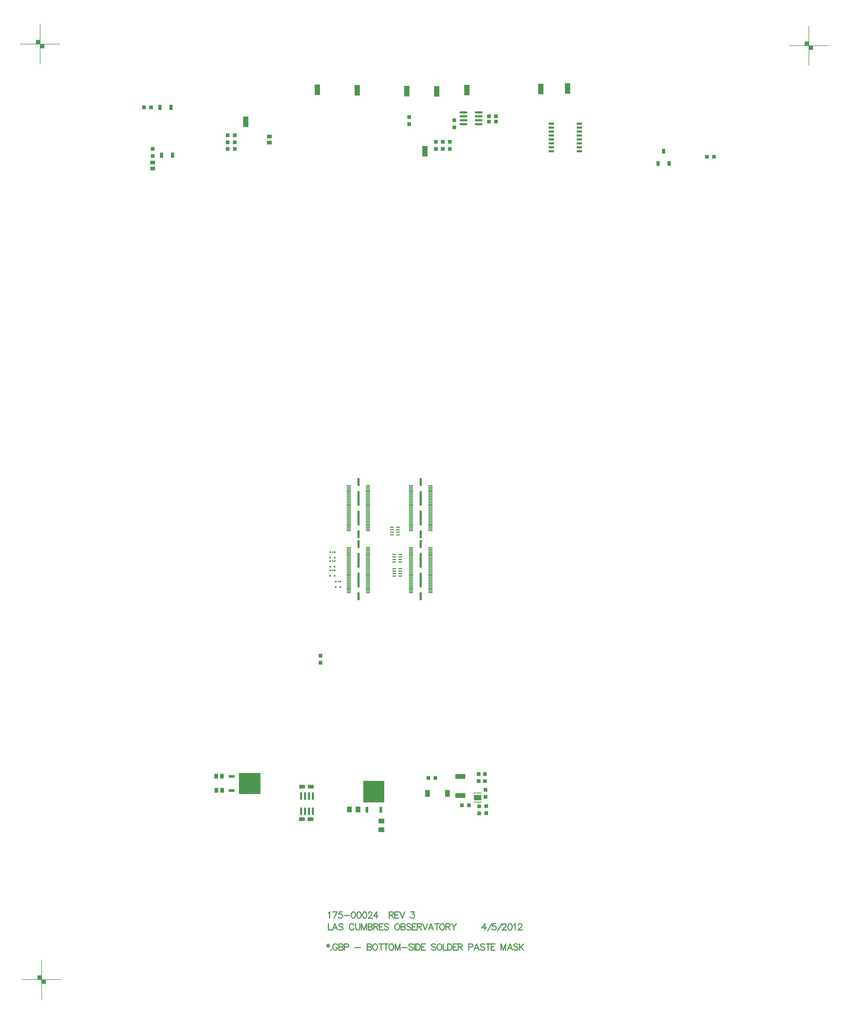
<source format=gbp>
%FSLAX23Y23*%
%MOIN*%
G70*
G01*
G75*
G04 Layer_Color=128*
%ADD10R,0.035X0.037*%
%ADD11R,0.035X0.037*%
%ADD12O,0.079X0.024*%
%ADD13R,0.036X0.028*%
%ADD14R,0.036X0.036*%
%ADD15R,0.050X0.050*%
%ADD16O,0.028X0.098*%
%ADD17R,0.126X0.071*%
%ADD18R,0.050X0.050*%
%ADD19C,0.010*%
%ADD20C,0.050*%
%ADD21C,0.008*%
%ADD22C,0.005*%
%ADD23C,0.012*%
%ADD24C,0.006*%
%ADD25C,0.012*%
%ADD26C,0.012*%
%ADD27C,0.020*%
%ADD28R,0.079X0.079*%
%ADD29C,0.079*%
%ADD30C,0.157*%
%ADD31C,0.039*%
%ADD32C,0.220*%
%ADD33C,0.085*%
%ADD34C,0.055*%
%ADD35C,0.116*%
%ADD36R,0.055X0.055*%
%ADD37R,0.098X0.098*%
%ADD38C,0.098*%
%ADD39C,0.059*%
%ADD40C,0.080*%
%ADD41C,0.065*%
%ADD42C,0.055*%
%ADD43R,0.098X0.098*%
%ADD44R,0.059X0.059*%
%ADD45R,0.070X0.070*%
%ADD46C,0.070*%
%ADD47C,0.040*%
%ADD48C,0.110*%
%ADD49C,0.217*%
%ADD50C,0.200*%
%ADD51C,0.026*%
%ADD52C,0.050*%
%ADD53C,0.024*%
%ADD54C,0.032*%
%ADD55C,0.025*%
%ADD56C,0.040*%
%ADD57C,0.087*%
%ADD58C,0.076*%
%ADD59C,0.131*%
%ADD60C,0.080*%
%ADD61C,0.206*%
%ADD62C,0.102*%
%ADD63C,0.075*%
%ADD64C,0.168*%
%ADD65C,0.091*%
%ADD66C,0.138*%
%ADD67C,0.092*%
G04:AMPARAMS|DCode=68|XSize=100mil|YSize=100mil|CornerRadius=0mil|HoleSize=0mil|Usage=FLASHONLY|Rotation=0.000|XOffset=0mil|YOffset=0mil|HoleType=Round|Shape=Relief|Width=10mil|Gap=10mil|Entries=4|*
%AMTHD68*
7,0,0,0.100,0.080,0.010,45*
%
%ADD68THD68*%
%ADD69C,0.073*%
%ADD70C,0.099*%
%ADD71C,0.075*%
%ADD72C,0.168*%
G04:AMPARAMS|DCode=73|XSize=70mil|YSize=70mil|CornerRadius=0mil|HoleSize=0mil|Usage=FLASHONLY|Rotation=0.000|XOffset=0mil|YOffset=0mil|HoleType=Round|Shape=Relief|Width=10mil|Gap=10mil|Entries=4|*
%AMTHD73*
7,0,0,0.070,0.050,0.010,45*
%
%ADD73THD73*%
%ADD74C,0.053*%
%ADD75C,0.068*%
%ADD76C,0.060*%
G04:AMPARAMS|DCode=77|XSize=107.244mil|YSize=107.244mil|CornerRadius=0mil|HoleSize=0mil|Usage=FLASHONLY|Rotation=0.000|XOffset=0mil|YOffset=0mil|HoleType=Round|Shape=Relief|Width=30mil|Gap=10mil|Entries=4|*
%AMTHD77*
7,0,0,0.107,0.087,0.030,45*
%
%ADD77THD77*%
G04:AMPARAMS|DCode=78|XSize=111.181mil|YSize=111.181mil|CornerRadius=0mil|HoleSize=0mil|Usage=FLASHONLY|Rotation=0.000|XOffset=0mil|YOffset=0mil|HoleType=Round|Shape=Relief|Width=30mil|Gap=10mil|Entries=4|*
%AMTHD78*
7,0,0,0.111,0.091,0.030,45*
%
%ADD78THD78*%
G04:AMPARAMS|DCode=79|XSize=112mil|YSize=112mil|CornerRadius=0mil|HoleSize=0mil|Usage=FLASHONLY|Rotation=0.000|XOffset=0mil|YOffset=0mil|HoleType=Round|Shape=Relief|Width=30mil|Gap=10mil|Entries=4|*
%AMTHD79*
7,0,0,0.112,0.092,0.030,45*
%
%ADD79THD79*%
G04:AMPARAMS|DCode=80|XSize=119.055mil|YSize=119.055mil|CornerRadius=0mil|HoleSize=0mil|Usage=FLASHONLY|Rotation=0.000|XOffset=0mil|YOffset=0mil|HoleType=Round|Shape=Relief|Width=30mil|Gap=10mil|Entries=4|*
%AMTHD80*
7,0,0,0.119,0.099,0.030,45*
%
%ADD80THD80*%
G04:AMPARAMS|DCode=81|XSize=100mil|YSize=100mil|CornerRadius=0mil|HoleSize=0mil|Usage=FLASHONLY|Rotation=0.000|XOffset=0mil|YOffset=0mil|HoleType=Round|Shape=Relief|Width=30mil|Gap=10mil|Entries=4|*
%AMTHD81*
7,0,0,0.100,0.080,0.030,45*
%
%ADD81THD81*%
G04:AMPARAMS|DCode=82|XSize=130mil|YSize=130mil|CornerRadius=0mil|HoleSize=0mil|Usage=FLASHONLY|Rotation=0.000|XOffset=0mil|YOffset=0mil|HoleType=Round|Shape=Relief|Width=30mil|Gap=10mil|Entries=4|*
%AMTHD82*
7,0,0,0.130,0.110,0.030,45*
%
%ADD82THD82*%
G04:AMPARAMS|DCode=83|XSize=88mil|YSize=88mil|CornerRadius=0mil|HoleSize=0mil|Usage=FLASHONLY|Rotation=0.000|XOffset=0mil|YOffset=0mil|HoleType=Round|Shape=Relief|Width=30mil|Gap=10mil|Entries=4|*
%AMTHD83*
7,0,0,0.088,0.068,0.030,45*
%
%ADD83THD83*%
G04:AMPARAMS|DCode=84|XSize=70mil|YSize=70mil|CornerRadius=0mil|HoleSize=0mil|Usage=FLASHONLY|Rotation=0.000|XOffset=0mil|YOffset=0mil|HoleType=Round|Shape=Relief|Width=30mil|Gap=10mil|Entries=4|*
%AMTHD84*
7,0,0,0.070,0.050,0.030,45*
%
%ADD84THD84*%
G04:AMPARAMS|DCode=85|XSize=80mil|YSize=80mil|CornerRadius=0mil|HoleSize=0mil|Usage=FLASHONLY|Rotation=0.000|XOffset=0mil|YOffset=0mil|HoleType=Round|Shape=Relief|Width=30mil|Gap=10mil|Entries=4|*
%AMTHD85*
7,0,0,0.080,0.060,0.030,45*
%
%ADD85THD85*%
G04:AMPARAMS|DCode=86|XSize=80mil|YSize=80mil|CornerRadius=0mil|HoleSize=0mil|Usage=FLASHONLY|Rotation=0.000|XOffset=0mil|YOffset=0mil|HoleType=Round|Shape=Relief|Width=10mil|Gap=10mil|Entries=4|*
%AMTHD86*
7,0,0,0.080,0.060,0.010,45*
%
%ADD86THD86*%
G04:AMPARAMS|DCode=87|XSize=96.221mil|YSize=96.221mil|CornerRadius=0mil|HoleSize=0mil|Usage=FLASHONLY|Rotation=0.000|XOffset=0mil|YOffset=0mil|HoleType=Round|Shape=Relief|Width=10mil|Gap=10mil|Entries=4|*
%AMTHD87*
7,0,0,0.096,0.076,0.010,45*
%
%ADD87THD87*%
G04:AMPARAMS|DCode=88|XSize=150.551mil|YSize=150.551mil|CornerRadius=0mil|HoleSize=0mil|Usage=FLASHONLY|Rotation=0.000|XOffset=0mil|YOffset=0mil|HoleType=Round|Shape=Relief|Width=10mil|Gap=10mil|Entries=4|*
%AMTHD88*
7,0,0,0.151,0.131,0.010,45*
%
%ADD88THD88*%
G04:AMPARAMS|DCode=89|XSize=122mil|YSize=122mil|CornerRadius=0mil|HoleSize=0mil|Usage=FLASHONLY|Rotation=0.000|XOffset=0mil|YOffset=0mil|HoleType=Round|Shape=Relief|Width=10mil|Gap=10mil|Entries=4|*
%AMTHD89*
7,0,0,0.122,0.102,0.010,45*
%
%ADD89THD89*%
G04:AMPARAMS|DCode=90|XSize=95mil|YSize=95mil|CornerRadius=0mil|HoleSize=0mil|Usage=FLASHONLY|Rotation=0.000|XOffset=0mil|YOffset=0mil|HoleType=Round|Shape=Relief|Width=10mil|Gap=10mil|Entries=4|*
%AMTHD90*
7,0,0,0.095,0.075,0.010,45*
%
%ADD90THD90*%
G04:AMPARAMS|DCode=91|XSize=112mil|YSize=112mil|CornerRadius=0mil|HoleSize=0mil|Usage=FLASHONLY|Rotation=0.000|XOffset=0mil|YOffset=0mil|HoleType=Round|Shape=Relief|Width=10mil|Gap=10mil|Entries=4|*
%AMTHD91*
7,0,0,0.112,0.092,0.010,45*
%
%ADD91THD91*%
G04:AMPARAMS|DCode=92|XSize=93.465mil|YSize=93.465mil|CornerRadius=0mil|HoleSize=0mil|Usage=FLASHONLY|Rotation=0.000|XOffset=0mil|YOffset=0mil|HoleType=Round|Shape=Relief|Width=10mil|Gap=10mil|Entries=4|*
%AMTHD92*
7,0,0,0.093,0.073,0.010,45*
%
%ADD92THD92*%
G04:AMPARAMS|DCode=93|XSize=95.433mil|YSize=95.433mil|CornerRadius=0mil|HoleSize=0mil|Usage=FLASHONLY|Rotation=0.000|XOffset=0mil|YOffset=0mil|HoleType=Round|Shape=Relief|Width=10mil|Gap=10mil|Entries=4|*
%AMTHD93*
7,0,0,0.095,0.075,0.010,45*
%
%ADD93THD93*%
G04:AMPARAMS|DCode=94|XSize=72.992mil|YSize=72.992mil|CornerRadius=0mil|HoleSize=0mil|Usage=FLASHONLY|Rotation=0.000|XOffset=0mil|YOffset=0mil|HoleType=Round|Shape=Relief|Width=10mil|Gap=10mil|Entries=4|*
%AMTHD94*
7,0,0,0.073,0.053,0.010,45*
%
%ADD94THD94*%
G04:AMPARAMS|DCode=95|XSize=88mil|YSize=88mil|CornerRadius=0mil|HoleSize=0mil|Usage=FLASHONLY|Rotation=0.000|XOffset=0mil|YOffset=0mil|HoleType=Round|Shape=Relief|Width=10mil|Gap=10mil|Entries=4|*
%AMTHD95*
7,0,0,0.088,0.068,0.010,45*
%
%ADD95THD95*%
G04:AMPARAMS|DCode=96|XSize=85mil|YSize=85mil|CornerRadius=0mil|HoleSize=0mil|Usage=FLASHONLY|Rotation=0.000|XOffset=0mil|YOffset=0mil|HoleType=Round|Shape=Relief|Width=10mil|Gap=10mil|Entries=4|*
%AMTHD96*
7,0,0,0.085,0.065,0.010,45*
%
%ADD96THD96*%
%ADD97R,0.037X0.075*%
%ADD98R,0.268X0.272*%
%ADD99R,0.272X0.268*%
%ADD100R,0.075X0.037*%
%ADD101R,0.025X0.100*%
%ADD102R,0.057X0.012*%
%ADD103R,0.025X0.185*%
%ADD104R,0.020X0.020*%
%ADD105R,0.016X0.020*%
%ADD106R,0.070X0.135*%
%ADD107R,0.078X0.048*%
%ADD108R,0.075X0.063*%
%ADD109R,0.045X0.017*%
%ADD110R,0.059X0.087*%
%ADD111R,0.126X0.060*%
%ADD112O,0.010X0.024*%
%ADD113R,0.094X0.065*%
%ADD114R,0.039X0.059*%
%ADD115R,0.040X0.067*%
%ADD116R,0.059X0.051*%
%ADD117R,0.070X0.025*%
%ADD118O,0.098X0.028*%
%ADD119R,0.051X0.059*%
%ADD120R,0.063X0.075*%
%ADD121C,0.020*%
%ADD122C,0.030*%
%ADD123C,0.010*%
%ADD124C,0.010*%
%ADD125C,0.008*%
%ADD126C,0.007*%
%ADD127R,0.384X0.322*%
%ADD128R,0.043X0.045*%
%ADD129R,0.043X0.045*%
%ADD130O,0.087X0.032*%
%ADD131R,0.044X0.036*%
%ADD132R,0.044X0.044*%
%ADD133R,0.058X0.058*%
%ADD134O,0.036X0.106*%
%ADD135R,0.134X0.079*%
%ADD136R,0.058X0.058*%
%ADD137C,0.028*%
%ADD138R,0.087X0.087*%
%ADD139C,0.087*%
%ADD140C,0.165*%
%ADD141C,0.047*%
%ADD142C,0.228*%
%ADD143C,0.093*%
%ADD144C,0.063*%
%ADD145C,0.124*%
%ADD146R,0.063X0.063*%
%ADD147R,0.106X0.106*%
%ADD148C,0.106*%
%ADD149C,0.067*%
%ADD150C,0.088*%
%ADD151C,0.073*%
%ADD152C,0.063*%
%ADD153R,0.106X0.106*%
%ADD154R,0.067X0.067*%
%ADD155R,0.078X0.078*%
%ADD156C,0.078*%
%ADD157C,0.048*%
%ADD158C,0.118*%
%ADD159C,0.225*%
%ADD160C,0.208*%
%ADD161C,0.058*%
%ADD162R,2.051X0.460*%
%ADD163R,0.045X0.083*%
%ADD164R,0.276X0.280*%
%ADD165R,0.280X0.276*%
%ADD166R,0.083X0.045*%
%ADD167R,0.033X0.108*%
%ADD168R,0.061X0.016*%
%ADD169R,0.033X0.193*%
%ADD170R,0.028X0.028*%
%ADD171R,0.024X0.028*%
%ADD172R,0.078X0.143*%
%ADD173R,0.086X0.056*%
%ADD174R,0.083X0.071*%
%ADD175R,0.053X0.025*%
%ADD176R,0.067X0.095*%
%ADD177R,0.134X0.068*%
%ADD178O,0.018X0.032*%
%ADD179R,0.102X0.073*%
%ADD180R,0.047X0.067*%
%ADD181R,0.048X0.075*%
%ADD182R,0.067X0.059*%
%ADD183R,0.078X0.033*%
%ADD184O,0.106X0.036*%
%ADD185R,0.059X0.067*%
%ADD186R,0.071X0.083*%
%ADD187C,0.034*%
D15*
X33164Y27458D02*
D03*
Y27368D02*
D03*
X33738Y27420D02*
D03*
Y27330D02*
D03*
X33590Y27144D02*
D03*
Y27054D02*
D03*
X33680D02*
D03*
Y27144D02*
D03*
X33505Y27054D02*
D03*
Y27144D02*
D03*
X34134Y18828D02*
D03*
Y18918D02*
D03*
X34144Y18623D02*
D03*
Y18713D02*
D03*
X34054Y18708D02*
D03*
Y18618D02*
D03*
X34129Y19118D02*
D03*
Y19028D02*
D03*
X34049Y19118D02*
D03*
Y19028D02*
D03*
X29905Y27054D02*
D03*
Y26964D02*
D03*
X32037Y20533D02*
D03*
Y20623D02*
D03*
D16*
X31790Y18840D02*
D03*
X31840D02*
D03*
X31890D02*
D03*
X31940D02*
D03*
X31790Y18647D02*
D03*
X31840D02*
D03*
X31890D02*
D03*
X31940D02*
D03*
D18*
X34176Y27403D02*
D03*
X34266D02*
D03*
X34267Y27468D02*
D03*
X34177D02*
D03*
X30856Y27140D02*
D03*
X30946D02*
D03*
Y27055D02*
D03*
X30856D02*
D03*
X30946Y27230D02*
D03*
X30856D02*
D03*
X33499Y19068D02*
D03*
X33409D02*
D03*
X33834Y18723D02*
D03*
X33924D02*
D03*
X29883Y27582D02*
D03*
X29793D02*
D03*
X37037Y26956D02*
D03*
X36947D02*
D03*
D21*
X28515Y16484D02*
X28525D01*
Y16479D02*
Y16489D01*
X28515D02*
X28525D01*
X28515Y16479D02*
Y16489D01*
Y16479D02*
X28525D01*
X28530D02*
Y16494D01*
X28510D02*
X28530D01*
X28510Y16474D02*
Y16494D01*
Y16474D02*
X28530D01*
X28535D02*
Y16499D01*
X28505D02*
X28535D01*
X28505Y16469D02*
Y16499D01*
Y16469D02*
X28535D01*
X28540Y16464D02*
Y16504D01*
X28500D02*
X28540D01*
X28500Y16464D02*
Y16504D01*
Y16464D02*
X28540D01*
X28465Y16534D02*
X28475D01*
Y16529D02*
Y16539D01*
X28465D02*
X28475D01*
X28465Y16529D02*
Y16539D01*
Y16529D02*
X28475D01*
X28480D02*
Y16544D01*
X28460D02*
X28480D01*
X28460Y16524D02*
Y16544D01*
Y16524D02*
X28480D01*
X28485D02*
Y16549D01*
X28455D02*
X28485D01*
X28455Y16519D02*
Y16549D01*
Y16519D02*
X28485D01*
X28490Y16514D02*
Y16554D01*
X28450D02*
X28490D01*
X28450Y16514D02*
Y16554D01*
Y16514D02*
X28490D01*
X28445Y16559D02*
X28495D01*
X28445Y16509D02*
Y16559D01*
X28495Y16459D02*
X28545D01*
Y16509D01*
X28495Y16259D02*
Y16759D01*
X28245Y16509D02*
X28745D01*
X28495Y28359D02*
X28505D01*
Y28354D02*
Y28364D01*
X28495D02*
X28505D01*
X28495Y28354D02*
Y28364D01*
Y28354D02*
X28505D01*
X28510D02*
Y28369D01*
X28490D02*
X28510D01*
X28490Y28349D02*
Y28369D01*
Y28349D02*
X28510D01*
X28515D02*
Y28374D01*
X28485D02*
X28515D01*
X28485Y28344D02*
Y28374D01*
Y28344D02*
X28515D01*
X28520Y28339D02*
Y28379D01*
X28480D02*
X28520D01*
X28480Y28339D02*
Y28379D01*
Y28339D02*
X28520D01*
X28445Y28409D02*
X28455D01*
Y28404D02*
Y28414D01*
X28445D02*
X28455D01*
X28445Y28404D02*
Y28414D01*
Y28404D02*
X28455D01*
X28460D02*
Y28419D01*
X28440D02*
X28460D01*
X28440Y28399D02*
Y28419D01*
Y28399D02*
X28460D01*
X28465D02*
Y28424D01*
X28435D02*
X28465D01*
X28435Y28394D02*
Y28424D01*
Y28394D02*
X28465D01*
X28470Y28389D02*
Y28429D01*
X28430D02*
X28470D01*
X28430Y28389D02*
Y28429D01*
Y28389D02*
X28470D01*
X28425Y28434D02*
X28475D01*
X28425Y28384D02*
Y28434D01*
X28475Y28334D02*
X28525D01*
Y28384D01*
X28475Y28134D02*
Y28634D01*
X28225Y28384D02*
X28725D01*
X38265Y28339D02*
X38275D01*
Y28334D02*
Y28344D01*
X38265D02*
X38275D01*
X38265Y28334D02*
Y28344D01*
Y28334D02*
X38275D01*
X38280D02*
Y28349D01*
X38260D02*
X38280D01*
X38260Y28329D02*
Y28349D01*
Y28329D02*
X38280D01*
X38285D02*
Y28354D01*
X38255D02*
X38285D01*
X38255Y28324D02*
Y28354D01*
Y28324D02*
X38285D01*
X38290Y28319D02*
Y28359D01*
X38250D02*
X38290D01*
X38250Y28319D02*
Y28359D01*
Y28319D02*
X38290D01*
X38215Y28389D02*
X38225D01*
Y28384D02*
Y28394D01*
X38215D02*
X38225D01*
X38215Y28384D02*
Y28394D01*
Y28384D02*
X38225D01*
X38230D02*
Y28399D01*
X38210D02*
X38230D01*
X38210Y28379D02*
Y28399D01*
Y28379D02*
X38230D01*
X38235D02*
Y28404D01*
X38205D02*
X38235D01*
X38205Y28374D02*
Y28404D01*
Y28374D02*
X38235D01*
X38240Y28369D02*
Y28409D01*
X38200D02*
X38240D01*
X38200Y28369D02*
Y28409D01*
Y28369D02*
X38240D01*
X38195Y28414D02*
X38245D01*
X38195Y28364D02*
Y28414D01*
X38245Y28314D02*
X38295D01*
Y28364D01*
X38245Y28114D02*
Y28614D01*
X37995Y28364D02*
X38495D01*
D23*
X32134Y16963D02*
Y16917D01*
X32115Y16952D02*
X32153Y16929D01*
Y16952D02*
X32115Y16929D01*
X32173Y16891D02*
X32169Y16887D01*
X32173Y16883D01*
X32177Y16887D01*
X32173Y16891D01*
X32252Y16944D02*
X32248Y16952D01*
X32240Y16959D01*
X32233Y16963D01*
X32217D01*
X32210Y16959D01*
X32202Y16952D01*
X32198Y16944D01*
X32195Y16933D01*
Y16913D01*
X32198Y16902D01*
X32202Y16894D01*
X32210Y16887D01*
X32217Y16883D01*
X32233D01*
X32240Y16887D01*
X32248Y16894D01*
X32252Y16902D01*
Y16913D01*
X32233D02*
X32252D01*
X32270Y16963D02*
Y16883D01*
Y16963D02*
X32304D01*
X32316Y16959D01*
X32320Y16955D01*
X32323Y16948D01*
Y16940D01*
X32320Y16933D01*
X32316Y16929D01*
X32304Y16925D01*
X32270D02*
X32304D01*
X32316Y16921D01*
X32320Y16917D01*
X32323Y16910D01*
Y16898D01*
X32320Y16891D01*
X32316Y16887D01*
X32304Y16883D01*
X32270D01*
X32341Y16921D02*
X32376D01*
X32387Y16925D01*
X32391Y16929D01*
X32395Y16936D01*
Y16948D01*
X32391Y16955D01*
X32387Y16959D01*
X32376Y16963D01*
X32341D01*
Y16883D01*
X32475Y16917D02*
X32544D01*
X32630Y16963D02*
Y16883D01*
Y16963D02*
X32665D01*
X32676Y16959D01*
X32680Y16955D01*
X32684Y16948D01*
Y16940D01*
X32680Y16933D01*
X32676Y16929D01*
X32665Y16925D01*
X32630D02*
X32665D01*
X32676Y16921D01*
X32680Y16917D01*
X32684Y16910D01*
Y16898D01*
X32680Y16891D01*
X32676Y16887D01*
X32665Y16883D01*
X32630D01*
X32724Y16963D02*
X32717Y16959D01*
X32709Y16952D01*
X32705Y16944D01*
X32702Y16933D01*
Y16913D01*
X32705Y16902D01*
X32709Y16894D01*
X32717Y16887D01*
X32724Y16883D01*
X32740D01*
X32747Y16887D01*
X32755Y16894D01*
X32759Y16902D01*
X32762Y16913D01*
Y16933D01*
X32759Y16944D01*
X32755Y16952D01*
X32747Y16959D01*
X32740Y16963D01*
X32724D01*
X32808D02*
Y16883D01*
X32781Y16963D02*
X32834D01*
X32871D02*
Y16883D01*
X32844Y16963D02*
X32897D01*
X32930D02*
X32922Y16959D01*
X32914Y16952D01*
X32911Y16944D01*
X32907Y16933D01*
Y16913D01*
X32911Y16902D01*
X32914Y16894D01*
X32922Y16887D01*
X32930Y16883D01*
X32945D01*
X32953Y16887D01*
X32960Y16894D01*
X32964Y16902D01*
X32968Y16913D01*
Y16933D01*
X32964Y16944D01*
X32960Y16952D01*
X32953Y16959D01*
X32945Y16963D01*
X32930D01*
X32986D02*
Y16883D01*
Y16963D02*
X33017Y16883D01*
X33047Y16963D02*
X33017Y16883D01*
X33047Y16963D02*
Y16883D01*
X33070Y16917D02*
X33139D01*
X33216Y16952D02*
X33208Y16959D01*
X33197Y16963D01*
X33181D01*
X33170Y16959D01*
X33162Y16952D01*
Y16944D01*
X33166Y16936D01*
X33170Y16933D01*
X33178Y16929D01*
X33200Y16921D01*
X33208Y16917D01*
X33212Y16913D01*
X33216Y16906D01*
Y16894D01*
X33208Y16887D01*
X33197Y16883D01*
X33181D01*
X33170Y16887D01*
X33162Y16894D01*
X33234Y16963D02*
Y16883D01*
X33250Y16963D02*
Y16883D01*
Y16963D02*
X33277D01*
X33288Y16959D01*
X33296Y16952D01*
X33300Y16944D01*
X33304Y16933D01*
Y16913D01*
X33300Y16902D01*
X33296Y16894D01*
X33288Y16887D01*
X33277Y16883D01*
X33250D01*
X33371Y16963D02*
X33322D01*
Y16883D01*
X33371D01*
X33322Y16925D02*
X33352D01*
X33501Y16952D02*
X33493Y16959D01*
X33482Y16963D01*
X33466D01*
X33455Y16959D01*
X33447Y16952D01*
Y16944D01*
X33451Y16936D01*
X33455Y16933D01*
X33463Y16929D01*
X33485Y16921D01*
X33493Y16917D01*
X33497Y16913D01*
X33501Y16906D01*
Y16894D01*
X33493Y16887D01*
X33482Y16883D01*
X33466D01*
X33455Y16887D01*
X33447Y16894D01*
X33541Y16963D02*
X33534Y16959D01*
X33526Y16952D01*
X33522Y16944D01*
X33519Y16933D01*
Y16913D01*
X33522Y16902D01*
X33526Y16894D01*
X33534Y16887D01*
X33541Y16883D01*
X33557D01*
X33564Y16887D01*
X33572Y16894D01*
X33576Y16902D01*
X33579Y16913D01*
Y16933D01*
X33576Y16944D01*
X33572Y16952D01*
X33564Y16959D01*
X33557Y16963D01*
X33541D01*
X33598D02*
Y16883D01*
X33644D01*
X33653Y16963D02*
Y16883D01*
Y16963D02*
X33679D01*
X33691Y16959D01*
X33698Y16952D01*
X33702Y16944D01*
X33706Y16933D01*
Y16913D01*
X33702Y16902D01*
X33698Y16894D01*
X33691Y16887D01*
X33679Y16883D01*
X33653D01*
X33773Y16963D02*
X33724D01*
Y16883D01*
X33773D01*
X33724Y16925D02*
X33754D01*
X33787Y16963D02*
Y16883D01*
Y16963D02*
X33821D01*
X33832Y16959D01*
X33836Y16955D01*
X33840Y16948D01*
Y16940D01*
X33836Y16933D01*
X33832Y16929D01*
X33821Y16925D01*
X33787D01*
X33813D02*
X33840Y16883D01*
X33921Y16921D02*
X33955D01*
X33966Y16925D01*
X33970Y16929D01*
X33974Y16936D01*
Y16948D01*
X33970Y16955D01*
X33966Y16959D01*
X33955Y16963D01*
X33921D01*
Y16883D01*
X34053D02*
X34022Y16963D01*
X33992Y16883D01*
X34003Y16910D02*
X34041D01*
X34125Y16952D02*
X34117Y16959D01*
X34106Y16963D01*
X34091D01*
X34079Y16959D01*
X34072Y16952D01*
Y16944D01*
X34075Y16936D01*
X34079Y16933D01*
X34087Y16929D01*
X34110Y16921D01*
X34117Y16917D01*
X34121Y16913D01*
X34125Y16906D01*
Y16894D01*
X34117Y16887D01*
X34106Y16883D01*
X34091D01*
X34079Y16887D01*
X34072Y16894D01*
X34169Y16963D02*
Y16883D01*
X34143Y16963D02*
X34196D01*
X34255D02*
X34206D01*
Y16883D01*
X34255D01*
X34206Y16925D02*
X34236D01*
X34331Y16963D02*
Y16883D01*
Y16963D02*
X34362Y16883D01*
X34392Y16963D02*
X34362Y16883D01*
X34392Y16963D02*
Y16883D01*
X34476D02*
X34446Y16963D01*
X34415Y16883D01*
X34426Y16910D02*
X34465D01*
X34548Y16952D02*
X34540Y16959D01*
X34529Y16963D01*
X34514D01*
X34502Y16959D01*
X34495Y16952D01*
Y16944D01*
X34498Y16936D01*
X34502Y16933D01*
X34510Y16929D01*
X34533Y16921D01*
X34540Y16917D01*
X34544Y16913D01*
X34548Y16906D01*
Y16894D01*
X34540Y16887D01*
X34529Y16883D01*
X34514D01*
X34502Y16887D01*
X34495Y16894D01*
X34566Y16963D02*
Y16883D01*
X34619Y16963D02*
X34566Y16910D01*
X34585Y16929D02*
X34619Y16883D01*
X32136Y17353D02*
X32144Y17357D01*
X32155Y17369D01*
Y17289D01*
X32248Y17369D02*
X32210Y17289D01*
X32195Y17369D02*
X32248D01*
X32312D02*
X32274D01*
X32270Y17334D01*
X32274Y17338D01*
X32285Y17342D01*
X32296D01*
X32308Y17338D01*
X32315Y17330D01*
X32319Y17319D01*
Y17311D01*
X32315Y17300D01*
X32308Y17292D01*
X32296Y17289D01*
X32285D01*
X32274Y17292D01*
X32270Y17296D01*
X32266Y17304D01*
X32337Y17323D02*
X32406D01*
X32452Y17369D02*
X32441Y17365D01*
X32433Y17353D01*
X32429Y17334D01*
Y17323D01*
X32433Y17304D01*
X32441Y17292D01*
X32452Y17289D01*
X32460D01*
X32471Y17292D01*
X32479Y17304D01*
X32483Y17323D01*
Y17334D01*
X32479Y17353D01*
X32471Y17365D01*
X32460Y17369D01*
X32452D01*
X32523D02*
X32512Y17365D01*
X32504Y17353D01*
X32501Y17334D01*
Y17323D01*
X32504Y17304D01*
X32512Y17292D01*
X32523Y17289D01*
X32531D01*
X32542Y17292D01*
X32550Y17304D01*
X32554Y17323D01*
Y17334D01*
X32550Y17353D01*
X32542Y17365D01*
X32531Y17369D01*
X32523D01*
X32595D02*
X32583Y17365D01*
X32576Y17353D01*
X32572Y17334D01*
Y17323D01*
X32576Y17304D01*
X32583Y17292D01*
X32595Y17289D01*
X32602D01*
X32614Y17292D01*
X32621Y17304D01*
X32625Y17323D01*
Y17334D01*
X32621Y17353D01*
X32614Y17365D01*
X32602Y17369D01*
X32595D01*
X32647Y17350D02*
Y17353D01*
X32651Y17361D01*
X32654Y17365D01*
X32662Y17369D01*
X32677D01*
X32685Y17365D01*
X32689Y17361D01*
X32692Y17353D01*
Y17346D01*
X32689Y17338D01*
X32681Y17327D01*
X32643Y17289D01*
X32696D01*
X32752Y17369D02*
X32714Y17315D01*
X32771D01*
X32752Y17369D02*
Y17289D01*
X32911Y17369D02*
Y17289D01*
Y17369D02*
X32945D01*
X32957Y17365D01*
X32961Y17361D01*
X32964Y17353D01*
Y17346D01*
X32961Y17338D01*
X32957Y17334D01*
X32945Y17330D01*
X32911D01*
X32938D02*
X32964Y17289D01*
X33032Y17369D02*
X32982D01*
Y17289D01*
X33032D01*
X32982Y17330D02*
X33013D01*
X33045Y17369D02*
X33076Y17289D01*
X33106Y17369D02*
X33076Y17289D01*
X33187Y17369D02*
X33229D01*
X33206Y17338D01*
X33217D01*
X33225Y17334D01*
X33229Y17330D01*
X33233Y17319D01*
Y17311D01*
X33229Y17300D01*
X33221Y17292D01*
X33210Y17289D01*
X33198D01*
X33187Y17292D01*
X33183Y17296D01*
X33179Y17304D01*
D26*
X32136Y17219D02*
Y17139D01*
X32182D01*
X32251D02*
X32221Y17219D01*
X32190Y17139D01*
X32202Y17165D02*
X32240D01*
X32323Y17207D02*
X32316Y17215D01*
X32304Y17219D01*
X32289D01*
X32278Y17215D01*
X32270Y17207D01*
Y17200D01*
X32274Y17192D01*
X32278Y17188D01*
X32285Y17184D01*
X32308Y17177D01*
X32316Y17173D01*
X32320Y17169D01*
X32323Y17161D01*
Y17150D01*
X32316Y17142D01*
X32304Y17139D01*
X32289D01*
X32278Y17142D01*
X32270Y17150D01*
X32461Y17200D02*
X32457Y17207D01*
X32450Y17215D01*
X32442Y17219D01*
X32427D01*
X32419Y17215D01*
X32412Y17207D01*
X32408Y17200D01*
X32404Y17188D01*
Y17169D01*
X32408Y17158D01*
X32412Y17150D01*
X32419Y17142D01*
X32427Y17139D01*
X32442D01*
X32450Y17142D01*
X32457Y17150D01*
X32461Y17158D01*
X32484Y17219D02*
Y17161D01*
X32488Y17150D01*
X32495Y17142D01*
X32507Y17139D01*
X32514D01*
X32526Y17142D01*
X32533Y17150D01*
X32537Y17161D01*
Y17219D01*
X32559D02*
Y17139D01*
Y17219D02*
X32590Y17139D01*
X32620Y17219D02*
X32590Y17139D01*
X32620Y17219D02*
Y17139D01*
X32643Y17219D02*
Y17139D01*
Y17219D02*
X32677D01*
X32689Y17215D01*
X32692Y17211D01*
X32696Y17203D01*
Y17196D01*
X32692Y17188D01*
X32689Y17184D01*
X32677Y17180D01*
X32643D02*
X32677D01*
X32689Y17177D01*
X32692Y17173D01*
X32696Y17165D01*
Y17154D01*
X32692Y17146D01*
X32689Y17142D01*
X32677Y17139D01*
X32643D01*
X32714Y17219D02*
Y17139D01*
Y17219D02*
X32748D01*
X32760Y17215D01*
X32764Y17211D01*
X32768Y17203D01*
Y17196D01*
X32764Y17188D01*
X32760Y17184D01*
X32748Y17180D01*
X32714D01*
X32741D02*
X32768Y17139D01*
X32835Y17219D02*
X32785D01*
Y17139D01*
X32835D01*
X32785Y17180D02*
X32816D01*
X32902Y17207D02*
X32894Y17215D01*
X32883Y17219D01*
X32867D01*
X32856Y17215D01*
X32848Y17207D01*
Y17200D01*
X32852Y17192D01*
X32856Y17188D01*
X32863Y17184D01*
X32886Y17177D01*
X32894Y17173D01*
X32898Y17169D01*
X32902Y17161D01*
Y17150D01*
X32894Y17142D01*
X32883Y17139D01*
X32867D01*
X32856Y17142D01*
X32848Y17150D01*
X33005Y17219D02*
X32998Y17215D01*
X32990Y17207D01*
X32986Y17200D01*
X32982Y17188D01*
Y17169D01*
X32986Y17158D01*
X32990Y17150D01*
X32998Y17142D01*
X33005Y17139D01*
X33020D01*
X33028Y17142D01*
X33036Y17150D01*
X33039Y17158D01*
X33043Y17169D01*
Y17188D01*
X33039Y17200D01*
X33036Y17207D01*
X33028Y17215D01*
X33020Y17219D01*
X33005D01*
X33062D02*
Y17139D01*
Y17219D02*
X33096D01*
X33108Y17215D01*
X33111Y17211D01*
X33115Y17203D01*
Y17196D01*
X33111Y17188D01*
X33108Y17184D01*
X33096Y17180D01*
X33062D02*
X33096D01*
X33108Y17177D01*
X33111Y17173D01*
X33115Y17165D01*
Y17154D01*
X33111Y17146D01*
X33108Y17142D01*
X33096Y17139D01*
X33062D01*
X33186Y17207D02*
X33179Y17215D01*
X33167Y17219D01*
X33152D01*
X33141Y17215D01*
X33133Y17207D01*
Y17200D01*
X33137Y17192D01*
X33141Y17188D01*
X33148Y17184D01*
X33171Y17177D01*
X33179Y17173D01*
X33183Y17169D01*
X33186Y17161D01*
Y17150D01*
X33179Y17142D01*
X33167Y17139D01*
X33152D01*
X33141Y17142D01*
X33133Y17150D01*
X33254Y17219D02*
X33204D01*
Y17139D01*
X33254D01*
X33204Y17180D02*
X33235D01*
X33267Y17219D02*
Y17139D01*
Y17219D02*
X33301D01*
X33313Y17215D01*
X33317Y17211D01*
X33321Y17203D01*
Y17196D01*
X33317Y17188D01*
X33313Y17184D01*
X33301Y17180D01*
X33267D01*
X33294D02*
X33321Y17139D01*
X33338Y17219D02*
X33369Y17139D01*
X33399Y17219D02*
X33369Y17139D01*
X33471D02*
X33440Y17219D01*
X33410Y17139D01*
X33421Y17165D02*
X33459D01*
X33516Y17219D02*
Y17139D01*
X33489Y17219D02*
X33543D01*
X33575D02*
X33567Y17215D01*
X33560Y17207D01*
X33556Y17200D01*
X33552Y17188D01*
Y17169D01*
X33556Y17158D01*
X33560Y17150D01*
X33567Y17142D01*
X33575Y17139D01*
X33590D01*
X33598Y17142D01*
X33605Y17150D01*
X33609Y17158D01*
X33613Y17169D01*
Y17188D01*
X33609Y17200D01*
X33605Y17207D01*
X33598Y17215D01*
X33590Y17219D01*
X33575D01*
X33632D02*
Y17139D01*
Y17219D02*
X33666D01*
X33677Y17215D01*
X33681Y17211D01*
X33685Y17203D01*
Y17196D01*
X33681Y17188D01*
X33677Y17184D01*
X33666Y17180D01*
X33632D01*
X33658D02*
X33685Y17139D01*
X33703Y17219D02*
X33733Y17180D01*
Y17139D01*
X33764Y17219D02*
X33733Y17180D01*
X34126Y17219D02*
X34088Y17165D01*
X34146D01*
X34126Y17219D02*
Y17139D01*
X34160Y17127D02*
X34213Y17219D01*
X34264D02*
X34226D01*
X34222Y17184D01*
X34226Y17188D01*
X34237Y17192D01*
X34249D01*
X34260Y17188D01*
X34268Y17180D01*
X34272Y17169D01*
Y17161D01*
X34268Y17150D01*
X34260Y17142D01*
X34249Y17139D01*
X34237D01*
X34226Y17142D01*
X34222Y17146D01*
X34218Y17154D01*
X34289Y17127D02*
X34343Y17219D01*
X34352Y17200D02*
Y17203D01*
X34356Y17211D01*
X34360Y17215D01*
X34367Y17219D01*
X34382D01*
X34390Y17215D01*
X34394Y17211D01*
X34398Y17203D01*
Y17196D01*
X34394Y17188D01*
X34386Y17177D01*
X34348Y17139D01*
X34401D01*
X34442Y17219D02*
X34431Y17215D01*
X34423Y17203D01*
X34419Y17184D01*
Y17173D01*
X34423Y17154D01*
X34431Y17142D01*
X34442Y17139D01*
X34450D01*
X34461Y17142D01*
X34469Y17154D01*
X34473Y17173D01*
Y17184D01*
X34469Y17203D01*
X34461Y17215D01*
X34450Y17219D01*
X34442D01*
X34491Y17203D02*
X34498Y17207D01*
X34510Y17219D01*
Y17139D01*
X34553Y17200D02*
Y17203D01*
X34557Y17211D01*
X34561Y17215D01*
X34568Y17219D01*
X34584D01*
X34591Y17215D01*
X34595Y17211D01*
X34599Y17203D01*
Y17196D01*
X34595Y17188D01*
X34587Y17177D01*
X34549Y17139D01*
X34603D01*
D97*
X32805Y18667D02*
D03*
X32626D02*
D03*
D98*
X32715Y18897D02*
D03*
D99*
X31137Y19000D02*
D03*
D100*
X30907Y19090D02*
D03*
Y18910D02*
D03*
D101*
X32521Y22039D02*
D03*
Y22162D02*
D03*
Y22826D02*
D03*
X32521Y21374D02*
D03*
X33311Y22039D02*
D03*
Y22162D02*
D03*
Y22826D02*
D03*
Y21374D02*
D03*
D102*
X32399Y22779D02*
D03*
Y22760D02*
D03*
Y22740D02*
D03*
Y22720D02*
D03*
Y22701D02*
D03*
Y22681D02*
D03*
Y22661D02*
D03*
Y22642D02*
D03*
Y22622D02*
D03*
Y22602D02*
D03*
Y22583D02*
D03*
Y22563D02*
D03*
Y22543D02*
D03*
Y22524D02*
D03*
Y22504D02*
D03*
Y22484D02*
D03*
Y22464D02*
D03*
Y22445D02*
D03*
Y22425D02*
D03*
Y22405D02*
D03*
Y22386D02*
D03*
Y22366D02*
D03*
Y22346D02*
D03*
Y22327D02*
D03*
Y22307D02*
D03*
Y22287D02*
D03*
Y22268D02*
D03*
Y22248D02*
D03*
Y22228D02*
D03*
Y22209D02*
D03*
Y21992D02*
D03*
Y21972D02*
D03*
Y21953D02*
D03*
Y21933D02*
D03*
Y21913D02*
D03*
Y21894D02*
D03*
Y21874D02*
D03*
Y21854D02*
D03*
Y21835D02*
D03*
Y21815D02*
D03*
Y21795D02*
D03*
Y21775D02*
D03*
Y21756D02*
D03*
Y21736D02*
D03*
Y21716D02*
D03*
Y21697D02*
D03*
Y21677D02*
D03*
Y21657D02*
D03*
Y21638D02*
D03*
X32399Y21618D02*
D03*
X32399Y21598D02*
D03*
Y21579D02*
D03*
Y21559D02*
D03*
Y21539D02*
D03*
Y21520D02*
D03*
Y21500D02*
D03*
Y21480D02*
D03*
Y21461D02*
D03*
Y21441D02*
D03*
Y21421D02*
D03*
X32642Y22779D02*
D03*
X32642Y22760D02*
D03*
X32642Y22740D02*
D03*
Y22720D02*
D03*
X32642Y22701D02*
D03*
X32642Y22681D02*
D03*
Y22661D02*
D03*
Y22642D02*
D03*
Y22622D02*
D03*
Y22602D02*
D03*
Y22583D02*
D03*
Y22563D02*
D03*
Y22543D02*
D03*
Y22524D02*
D03*
Y22504D02*
D03*
Y22484D02*
D03*
Y22464D02*
D03*
Y22445D02*
D03*
Y22425D02*
D03*
Y22405D02*
D03*
Y22386D02*
D03*
Y22366D02*
D03*
X32642Y22346D02*
D03*
X32642Y22327D02*
D03*
X32642Y22307D02*
D03*
Y22287D02*
D03*
X32642Y22268D02*
D03*
Y22248D02*
D03*
Y22228D02*
D03*
Y22209D02*
D03*
Y21992D02*
D03*
Y21972D02*
D03*
Y21953D02*
D03*
Y21933D02*
D03*
Y21913D02*
D03*
X32642Y21894D02*
D03*
X32642Y21874D02*
D03*
Y21854D02*
D03*
Y21835D02*
D03*
Y21815D02*
D03*
Y21795D02*
D03*
Y21775D02*
D03*
Y21756D02*
D03*
Y21736D02*
D03*
Y21716D02*
D03*
Y21697D02*
D03*
Y21677D02*
D03*
Y21657D02*
D03*
Y21638D02*
D03*
Y21618D02*
D03*
Y21598D02*
D03*
Y21579D02*
D03*
Y21559D02*
D03*
Y21539D02*
D03*
Y21520D02*
D03*
Y21500D02*
D03*
X32642Y21480D02*
D03*
X32642Y21461D02*
D03*
Y21441D02*
D03*
X32642Y21421D02*
D03*
X33189Y22779D02*
D03*
Y22760D02*
D03*
X33189Y22740D02*
D03*
Y22720D02*
D03*
X33189Y22701D02*
D03*
Y22681D02*
D03*
Y22661D02*
D03*
Y22642D02*
D03*
Y22622D02*
D03*
Y22602D02*
D03*
Y22583D02*
D03*
Y22563D02*
D03*
Y22543D02*
D03*
Y22524D02*
D03*
Y22504D02*
D03*
Y22484D02*
D03*
Y22464D02*
D03*
Y22445D02*
D03*
Y22425D02*
D03*
Y22405D02*
D03*
Y22386D02*
D03*
Y22366D02*
D03*
Y22346D02*
D03*
X33189Y22327D02*
D03*
X33189Y22307D02*
D03*
Y22287D02*
D03*
Y22268D02*
D03*
Y22248D02*
D03*
Y22228D02*
D03*
Y22209D02*
D03*
Y21992D02*
D03*
Y21972D02*
D03*
X33189Y21953D02*
D03*
Y21933D02*
D03*
X33189Y21913D02*
D03*
Y21894D02*
D03*
Y21874D02*
D03*
X33189Y21854D02*
D03*
X33189Y21835D02*
D03*
Y21815D02*
D03*
Y21795D02*
D03*
Y21775D02*
D03*
Y21756D02*
D03*
Y21736D02*
D03*
Y21716D02*
D03*
Y21697D02*
D03*
Y21677D02*
D03*
Y21657D02*
D03*
Y21638D02*
D03*
Y21618D02*
D03*
Y21598D02*
D03*
Y21579D02*
D03*
Y21559D02*
D03*
X33189Y21539D02*
D03*
X33189Y21520D02*
D03*
Y21500D02*
D03*
Y21480D02*
D03*
Y21461D02*
D03*
Y21441D02*
D03*
Y21421D02*
D03*
X33433Y22779D02*
D03*
Y22760D02*
D03*
Y22740D02*
D03*
Y22720D02*
D03*
Y22701D02*
D03*
Y22681D02*
D03*
Y22661D02*
D03*
Y22642D02*
D03*
Y22622D02*
D03*
Y22602D02*
D03*
Y22583D02*
D03*
Y22563D02*
D03*
Y22543D02*
D03*
Y22524D02*
D03*
Y22504D02*
D03*
Y22484D02*
D03*
Y22464D02*
D03*
Y22445D02*
D03*
Y22425D02*
D03*
Y22405D02*
D03*
Y22386D02*
D03*
Y22366D02*
D03*
Y22346D02*
D03*
Y22327D02*
D03*
Y22307D02*
D03*
Y22287D02*
D03*
Y22268D02*
D03*
Y22248D02*
D03*
Y22228D02*
D03*
Y22209D02*
D03*
Y21992D02*
D03*
Y21972D02*
D03*
Y21953D02*
D03*
Y21933D02*
D03*
Y21913D02*
D03*
Y21894D02*
D03*
Y21874D02*
D03*
Y21854D02*
D03*
Y21835D02*
D03*
Y21815D02*
D03*
Y21795D02*
D03*
Y21775D02*
D03*
Y21756D02*
D03*
Y21736D02*
D03*
Y21716D02*
D03*
Y21697D02*
D03*
Y21677D02*
D03*
Y21657D02*
D03*
Y21638D02*
D03*
X33433Y21618D02*
D03*
X33433Y21598D02*
D03*
Y21579D02*
D03*
Y21559D02*
D03*
Y21539D02*
D03*
Y21520D02*
D03*
Y21500D02*
D03*
Y21480D02*
D03*
Y21461D02*
D03*
Y21441D02*
D03*
Y21421D02*
D03*
D103*
X32521Y22619D02*
D03*
Y22369D02*
D03*
Y21582D02*
D03*
Y21832D02*
D03*
X33311Y22619D02*
D03*
Y22369D02*
D03*
Y21582D02*
D03*
Y21832D02*
D03*
D104*
X32230Y21491D02*
D03*
X32289D02*
D03*
Y21562D02*
D03*
X32230D02*
D03*
X32160Y21866D02*
D03*
X32219D02*
D03*
Y21937D02*
D03*
X32160D02*
D03*
Y21636D02*
D03*
X32219D02*
D03*
Y21707D02*
D03*
X32160D02*
D03*
Y21751D02*
D03*
X32219D02*
D03*
Y21822D02*
D03*
X32160D02*
D03*
D105*
X32260Y21562D02*
D03*
X32190Y21937D02*
D03*
Y21707D02*
D03*
Y21822D02*
D03*
D106*
X32503Y27799D02*
D03*
X35179Y27823D02*
D03*
X34837Y27816D02*
D03*
X33897Y27801D02*
D03*
X31088Y27400D02*
D03*
X33365Y27024D02*
D03*
X33515Y27784D02*
D03*
X33134Y27788D02*
D03*
X31996Y27806D02*
D03*
D107*
X31805Y18959D02*
D03*
X31915D02*
D03*
X31800Y18544D02*
D03*
X31910D02*
D03*
D108*
X32810Y18521D02*
D03*
Y18411D02*
D03*
D109*
X33021Y22157D02*
D03*
Y22188D02*
D03*
Y22220D02*
D03*
Y22251D02*
D03*
X32944D02*
D03*
Y22220D02*
D03*
Y22188D02*
D03*
Y22157D02*
D03*
X33051Y21632D02*
D03*
Y21663D02*
D03*
Y21695D02*
D03*
Y21726D02*
D03*
X32974D02*
D03*
Y21695D02*
D03*
Y21663D02*
D03*
Y21632D02*
D03*
X33051Y21812D02*
D03*
Y21843D02*
D03*
Y21875D02*
D03*
Y21906D02*
D03*
X32974D02*
D03*
Y21875D02*
D03*
Y21843D02*
D03*
Y21812D02*
D03*
D110*
X33650Y18873D02*
D03*
X33398D02*
D03*
D111*
X33815Y19088D02*
D03*
Y18845D02*
D03*
D112*
X34079Y18878D02*
D03*
X34061D02*
D03*
X34079Y18763D02*
D03*
X34061D02*
D03*
X34043D02*
D03*
X34026D02*
D03*
X34008D02*
D03*
X33990D02*
D03*
Y18878D02*
D03*
X34008D02*
D03*
X34026D02*
D03*
X34043D02*
D03*
D113*
X34035Y18820D02*
D03*
D114*
X36466Y26870D02*
D03*
X36397Y27024D02*
D03*
X36328Y26870D02*
D03*
D115*
X30016Y26977D02*
D03*
X30158D02*
D03*
X29996Y27581D02*
D03*
X30138D02*
D03*
D116*
X29905Y26881D02*
D03*
Y26807D02*
D03*
X31386Y27211D02*
D03*
Y27137D02*
D03*
D117*
X35327Y27374D02*
D03*
Y27324D02*
D03*
Y27274D02*
D03*
Y27224D02*
D03*
Y27174D02*
D03*
Y27124D02*
D03*
Y27074D02*
D03*
Y27024D02*
D03*
X34972D02*
D03*
Y27074D02*
D03*
Y27124D02*
D03*
Y27174D02*
D03*
Y27224D02*
D03*
Y27274D02*
D03*
Y27324D02*
D03*
Y27374D02*
D03*
D118*
X34047Y27518D02*
D03*
Y27468D02*
D03*
Y27418D02*
D03*
Y27368D02*
D03*
X33855Y27518D02*
D03*
Y27468D02*
D03*
Y27418D02*
D03*
Y27368D02*
D03*
D119*
X30784Y19091D02*
D03*
X30710D02*
D03*
X30787Y18911D02*
D03*
X30713D02*
D03*
D120*
X32514Y18668D02*
D03*
X32404D02*
D03*
M02*

</source>
